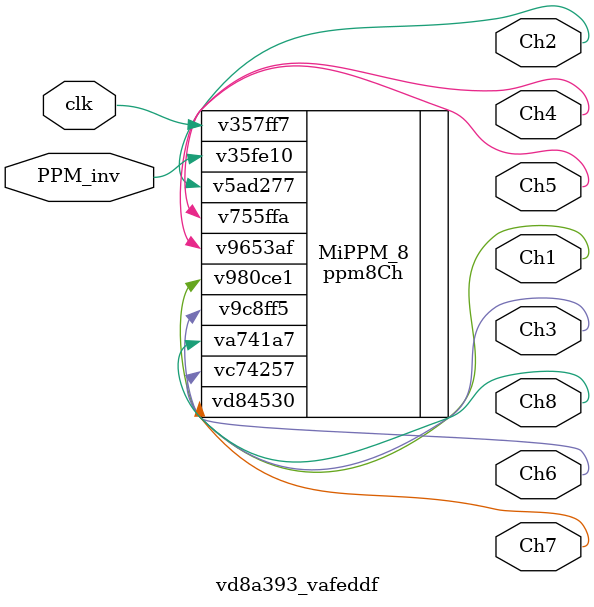
<source format=v>

`default_nettype none

module main #(
 parameter vd1c37d = 4
) (
 input vclk,
 output v4df5ff,
 output v20658b,
 output v08c24f,
 output vd8d171,
 output va77672,
 output v3e4296,
 output v6e5026,
 output vdb86a5,
 output [0:7] vinit
);
 localparam p4 = vd1c37d;
 wire w0;
 wire w1;
 wire w2;
 wire w3;
 wire w5;
 wire w6;
 wire w7;
 wire w8;
 wire w9;
 wire w10;
 wire w11;
 wire w12;
 wire w13;
 wire w14;
 wire w15;
 wire w16;
 wire w17;
 assign v4df5ff = w5;
 assign v20658b = w6;
 assign v08c24f = w7;
 assign vd8d171 = w8;
 assign va77672 = w9;
 assign v3e4296 = w10;
 assign v6e5026 = w11;
 assign vdb86a5 = w12;
 assign w14 = vclk;
 assign w15 = vclk;
 assign w16 = vclk;
 assign w17 = vclk;
 assign w15 = w14;
 assign w16 = w14;
 assign w16 = w15;
 assign w17 = w14;
 assign w17 = w15;
 assign w17 = w16;
 v35f267 v51804b (
  .v0e28cb(w2),
  .vcbab45(w13)
 );
 v5cc6ec va7d98c (
  .vb186da(w0),
  .v381ebf(w1),
  .vc93bbe(w2),
  .v50d6c6(w3)
 );
 v5b3e69 #(
  .v207e0d(p4)
 ) vbbc45a (
  .v8337bc(w3),
  .v531e20(w14)
 );
 v1049af va91276 (
  .vbb19a2(w1),
  .v8e52a4(w15)
 );
 v1f6f60 ve7693e (
  .vbb19a2(w0),
  .v8e52a4(w16)
 );
 vd8a393 v5a6f8b (
  .v446f52(w5),
  .v032f70(w6),
  .v813582(w7),
  .v0b7996(w8),
  .v20d1ea(w9),
  .v631b76(w10),
  .vfa6868(w11),
  .v27382b(w12),
  .v189fe9(w13),
  .vbd2a31(w17)
 );
 assign vinit = 8'b00000000;
endmodule

/*-------------------------------------------------*/
/*--   */
/*-- - - - - - - - - - - - - - - - - - - - - - - --*/
/*-- 
/*-------------------------------------------------*/
//---- Top entity
module v35f267 (
 input v0e28cb,
 output vcbab45
);
 wire w0;
 wire w1;
 assign w0 = v0e28cb;
 assign vcbab45 = w1;
 v35f267_vd54ca1 vd54ca1 (
  .a(w0),
  .c(w1)
 );
endmodule

/*-------------------------------------------------*/
/*-- NOT  */
/*-- - - - - - - - - - - - - - - - - - - - - - - --*/
/*-- Puerta NOT
/*-------------------------------------------------*/

module v35f267_vd54ca1 (
 input a,
 output c
);
 //-- Puerta NOT
 
 //-- module (input wire a, output wire c);
 
 
 assign c = ~a;
 
 
 //-- endmodule
 
endmodule
//---- Top entity
module v5cc6ec (
 input vb186da,
 input v381ebf,
 input v50d6c6,
 output vc93bbe
);
 wire w0;
 wire w1;
 wire w2;
 wire w3;
 assign w0 = v50d6c6;
 assign vc93bbe = w1;
 assign w2 = v381ebf;
 assign w3 = vb186da;
 v5cc6ec_ve4e0df ve4e0df (
  .sel(w0),
  .o(w1),
  .i0(w2),
  .i1(w3)
 );
endmodule

/*-------------------------------------------------*/
/*-- Mux 2 a 1  */
/*-- - - - - - - - - - - - - - - - - - - - - - - --*/
/*-- Multiplexor de 2 a 1
/*-------------------------------------------------*/

module v5cc6ec_ve4e0df (
 input i1,
 input i0,
 input sel,
 output o
);
 //-- Multiplexor de 2 a 1, 
 //-- de 8 bits
 
 reg _o;
 
 always @(*) begin
     case(sel)
         0: _o = i0;
         1: _o = i1;
         default: _o = i0;
     endcase
 end
 
 assign o = _o;
 
endmodule
//---- Top entity
module v5b3e69 #(
 parameter v207e0d = 1
) (
 input v531e20,
 output v8337bc
);
 localparam p2 = v207e0d;
 wire w0;
 wire w1;
 assign v8337bc = w0;
 assign w1 = v531e20;
 v5b3e69_v94c6d7 #(
  .SEG(p2)
 ) v94c6d7 (
  .clk_o(w0),
  .clk(w1)
 );
endmodule

/*-------------------------------------------------*/
/*-- Corazon_Seg  */
/*-- - - - - - - - - - - - - - - - - - - - - - - --*/
/*-- Bombear 1 bit con el periodo especificado en el parámetro. Por defecto el periodo es de 1 segundos
/*-------------------------------------------------*/

module v5b3e69_v94c6d7 #(
 parameter SEG = 0
) (
 input clk,
 output clk_o
);
 
 //parameter HZ=1;
 
 //-- Constante para dividir y obtener una frecuencia de 1Hz
 localparam M = 12000000*SEG;
 
 //-- Calcular el numero de bits para almacenar M
 localparam N = $clog2(M);
 
 //-- Registro del divisor
 reg [N-1:0] divcounter;
 
 //-- Temporal clock
 reg clk_t = 0;
 
 //-- Se usa un contador modulo M/2 para luego
 //-- pasarlo por un biestable T y dividir la frecuencia
 //-- entre 2, para que el ciclo de trabajo sea del 50%
 always @(posedge clk)
     if (divcounter == M/2) begin
       clk_t <= 1;
       divcounter = 0;
     end 
     else begin
       divcounter <=  divcounter + 1;
       clk_t = 0;
     end 
   
 reg clk_o = 0;  
     
 //-- Biestable T para obtener ciclo de trabajo del 50%
 always @(posedge clk)
   if (clk_t)
     clk_o <= ~clk_o;
 
endmodule
//---- Top entity
module v1049af #(
 parameter v602fc8 = 100,
 parameter vb957bd = 105,
 parameter v857277 = 53,
 parameter v7200b2 = 1,
 parameter v1814d6 = 108,
 parameter v02ab25 = 56,
 parameter v457f55 = 4,
 parameter v115b07 = 66,
 parameter ve97d24 = 240,
 parameter v17e198 = 14,
 parameter v240c71 = 69,
 parameter v6c8394 = 241,
 parameter v3949b9 = 17,
 parameter v656e4c = 79,
 parameter vd8a345 = 27,
 parameter v882fe8 = 82,
 parameter ve4e838 = 30,
 parameter v8269c0 = 92,
 parameter v8f4840 = 40,
 parameter vcabc4d = 95,
 parameter v8b9ed0 = 43
) (
 input v8e52a4,
 output vbb19a2
);
 localparam p0 = v7200b2;
 localparam p1 = v457f55;
 localparam p2 = v17e198;
 localparam p3 = v3949b9;
 localparam p4 = vd8a345;
 localparam p5 = ve4e838;
 localparam p6 = v8f4840;
 localparam p7 = v8b9ed0;
 localparam p8 = v857277;
 localparam p9 = v02ab25;
 localparam p10 = ve97d24;
 localparam p11 = v6c8394;
 localparam p12 = v602fc8;
 localparam p15 = v115b07;
 localparam p16 = v240c71;
 localparam p17 = v656e4c;
 localparam p18 = v882fe8;
 localparam p19 = v8269c0;
 localparam p20 = vcabc4d;
 localparam p21 = vb957bd;
 localparam p22 = v1814d6;
 wire w13;
 wire w14;
 wire w23;
 wire w24;
 wire w25;
 wire w26;
 wire w27;
 wire w28;
 wire w29;
 wire w30;
 wire w31;
 wire w32;
 wire w33;
 wire w34;
 wire w35;
 wire w36;
 wire w37;
 wire w38;
 wire w39;
 wire w40;
 wire w41;
 wire w42;
 wire w43;
 wire w44;
 wire w45;
 wire w46;
 wire w47;
 wire w48;
 wire w49;
 wire w50;
 wire w51;
 assign vbb19a2 = w13;
 assign w14 = v8e52a4;
 assign w32 = w26;
 assign w34 = w33;
 assign w35 = w33;
 assign w35 = w34;
 assign w36 = w33;
 assign w36 = w34;
 assign w36 = w35;
 assign w37 = w33;
 assign w37 = w34;
 assign w37 = w35;
 assign w37 = w36;
 assign w38 = w33;
 assign w38 = w34;
 assign w38 = w35;
 assign w38 = w36;
 assign w38 = w37;
 assign w39 = w33;
 assign w39 = w34;
 assign w39 = w35;
 assign w39 = w36;
 assign w39 = w37;
 assign w39 = w38;
 assign w40 = w33;
 assign w40 = w34;
 assign w40 = w35;
 assign w40 = w36;
 assign w40 = w37;
 assign w40 = w38;
 assign w40 = w39;
 assign w41 = w33;
 assign w41 = w34;
 assign w41 = w35;
 assign w41 = w36;
 assign w41 = w37;
 assign w41 = w38;
 assign w41 = w39;
 assign w41 = w40;
 assign w43 = w42;
 assign w44 = w42;
 assign w44 = w43;
 assign w45 = w42;
 assign w45 = w43;
 assign w45 = w44;
 assign w46 = w42;
 assign w46 = w43;
 assign w46 = w44;
 assign w46 = w45;
 assign w47 = w42;
 assign w47 = w43;
 assign w47 = w44;
 assign w47 = w45;
 assign w47 = w46;
 assign w48 = w42;
 assign w48 = w43;
 assign w48 = w44;
 assign w48 = w45;
 assign w48 = w46;
 assign w48 = w47;
 assign w49 = w42;
 assign w49 = w43;
 assign w49 = w44;
 assign w49 = w45;
 assign w49 = w46;
 assign w49 = w47;
 assign w49 = w48;
 assign w50 = w42;
 assign w50 = w43;
 assign w50 = w44;
 assign w50 = w45;
 assign w50 = w46;
 assign w50 = w47;
 assign w50 = w48;
 assign w50 = w49;
 assign w51 = w42;
 assign w51 = w43;
 assign w51 = w44;
 assign w51 = w45;
 assign w51 = w46;
 assign w51 = w47;
 assign w51 = w48;
 assign w51 = w49;
 assign w51 = w50;
 vc46d2e #(
  .v2b07d6(p0),
  .v4dd05a(p1)
 ) vc96e1c (
  .vd67ea4(w26),
  .vf8ab06(w36),
  .v3f7fd6(w46)
 );
 vc46d2e #(
  .v2b07d6(p2),
  .v4dd05a(p3)
 ) vd706cc (
  .vd67ea4(w25),
  .vf8ab06(w35),
  .v3f7fd6(w45)
 );
 vc46d2e #(
  .v2b07d6(p4),
  .v4dd05a(p5)
 ) vf919f8 (
  .vd67ea4(w24),
  .vf8ab06(w34),
  .v3f7fd6(w44)
 );
 vc46d2e #(
  .v2b07d6(p6),
  .v4dd05a(p7)
 ) v434f33 (
  .vd67ea4(w23),
  .vf8ab06(w33),
  .v3f7fd6(w43)
 );
 vc46d2e #(
  .v2b07d6(p8),
  .v4dd05a(p9)
 ) vdf3c46 (
  .vd67ea4(w30),
  .vf8ab06(w40),
  .v3f7fd6(w50)
 );
 vc46d2e #(
  .v2b07d6(p10),
  .v4dd05a(p11)
 ) v0b750b (
  .vf8ab06(w32),
  .vd67ea4(w33),
  .v3f7fd6(w42)
 );
 vc33d80 #(
  .vfb06ae(p12)
 ) vdb264c (
  .vac0eb2(w14),
  .v2a8434(w42)
 );
 vc46d2e #(
  .v2b07d6(p15),
  .v4dd05a(p16)
 ) v055a75 (
  .vd67ea4(w29),
  .vf8ab06(w37),
  .v3f7fd6(w47)
 );
 vc46d2e #(
  .v2b07d6(p17),
  .v4dd05a(p18)
 ) v7ed282 (
  .vd67ea4(w28),
  .vf8ab06(w38),
  .v3f7fd6(w48)
 );
 vc46d2e #(
  .v2b07d6(p19),
  .v4dd05a(p20)
 ) vfdf311 (
  .vd67ea4(w27),
  .vf8ab06(w39),
  .v3f7fd6(w49)
 );
 vc46d2e #(
  .v2b07d6(p21),
  .v4dd05a(p22)
 ) v6b6712 (
  .vd67ea4(w31),
  .vf8ab06(w41),
  .v3f7fd6(w51)
 );
 v1049af_vd471d2 vd471d2 (
  .out(w13),
  .a(w23),
  .b(w24),
  .c(w25),
  .d(w26),
  .e(w27),
  .f(w28),
  .g(w29),
  .h(w30),
  .i(w31)
 );
endmodule

/*-------------------------------------------------*/
/*-- PPM_pulse01  */
/*-- - - - - - - - - - - - - - - - - - - - - - - --*/
/*-- Pulsos PPM
/*-------------------------------------------------*/

module v1049af_vd471d2 (
 input a,
 input b,
 input c,
 input d,
 input e,
 input f,
 input g,
 input h,
 input i,
 output out
);
 
 
 assign out = a | b | c | d | e | f | g | h | i ;
 
 // OR DE 9 puertas
endmodule
//---- Top entity
module vc46d2e #(
 parameter vf3ca5f = 8,
 parameter v2b07d6 = 5,
 parameter v4dd05a = 20
) (
 input vf8ab06,
 input v3f7fd6,
 output vd67ea4
);
 localparam p7 = vf3ca5f;
 localparam p8 = vf3ca5f;
 localparam p9 = v4dd05a;
 localparam p10 = v2b07d6;
 wire w0;
 wire w1;
 wire w2;
 wire w3;
 wire w4;
 wire w5;
 wire w6;
 assign vd67ea4 = w0;
 assign w2 = v3f7fd6;
 assign w3 = v3f7fd6;
 assign w5 = vf8ab06;
 assign w6 = vf8ab06;
 assign w3 = w2;
 assign w6 = w5;
 v161240 vb8f207 (
  .vcbab45(w0),
  .v0e28cb(w1),
  .v3ca442(w4)
 );
 v5b07d1 #(
  .vd71dc5(p8),
  .va1edee(p10)
 ) v44990b (
  .v19bd79(w1),
  .ve9fb46(w2),
  .v637c56(w5)
 );
 v5b3026 #(
  .vfd7c7d(p7),
  .va1edee(p9)
 ) vac72ef (
  .ve9fb46(w3),
  .v19bd79(w4),
  .vdb65bd(w6)
 );
endmodule

/*-------------------------------------------------*/
/*-- Configurable Pulse  */
/*-- - - - - - - - - - - - - - - - - - - - - - - --*/
/*-- We can configure a pulse (t_up and t_down )
/*-------------------------------------------------*/
//---- Top entity
module v161240 (
 input v0e28cb,
 input v3ca442,
 output vcbab45
);
 wire w0;
 wire w1;
 wire w2;
 assign w0 = v0e28cb;
 assign w1 = v3ca442;
 assign vcbab45 = w2;
 v161240_vf4938a vf4938a (
  .a(w0),
  .b(w1),
  .c(w2)
 );
endmodule

/*-------------------------------------------------*/
/*-- AND  */
/*-- - - - - - - - - - - - - - - - - - - - - - - --*/
/*-- Puerta AND
/*-------------------------------------------------*/

module v161240_vf4938a (
 input a,
 input b,
 output c
);
 //-- Puerta AND
 
 assign c = a & b;
 
 
endmodule
//---- Top entity
module v5b07d1 #(
 parameter vd71dc5 = 8,
 parameter va1edee = 1
) (
 input v637c56,
 input ve9fb46,
 output v19bd79
);
 localparam p3 = vd71dc5;
 localparam p4 = va1edee;
 wire w0;
 wire w1;
 wire w2;
 assign v19bd79 = w0;
 assign w1 = ve9fb46;
 assign w2 = v637c56;
 v5b07d1_v8c8712 #(
  .n(p3),
  .to(p4)
 ) v8c8712 (
  .u(w0),
  .clk(w1),
  .reset(w2)
 );
endmodule

/*-------------------------------------------------*/
/*-- u(t)  */
/*-- - - - - - - - - - - - - - - - - - - - - - - --*/
/*-- u(t)  unitary step. Start in t
/*-------------------------------------------------*/

module v5b07d1_v8c8712 #(
 parameter n = 0,
 parameter to = 0
) (
 input reset,
 input clk,
 output u
);
 // Escalón u(t)
 // t ciclos de reloj a 0 y
 // cambia a 1.
 
 localparam num_bits=n-1;
 localparam num_periods=to;
 
 reg[num_bits:0] contador=0;
 reg u=1'b0;
 
 
 always @(posedge clk)
 if(reset) begin contador<=0; u<=1'b0; end
 else 
     begin
         if(contador >= num_periods-1)
          begin
              u <=1'b1;
              contador <= contador;
          end
         else
          begin
               u<=1'b0;
               contador<=contador+1;
          end
     end
  
  
  
  
endmodule
//---- Top entity
module v5b3026 #(
 parameter vfd7c7d = 8,
 parameter va1edee = 10
) (
 input vdb65bd,
 input ve9fb46,
 output v19bd79
);
 localparam p3 = vfd7c7d;
 localparam p4 = va1edee;
 wire w0;
 wire w1;
 wire w2;
 assign v19bd79 = w0;
 assign w1 = ve9fb46;
 assign w2 = vdb65bd;
 v5b3026_v8c8712 #(
  .n(p3),
  .to(p4)
 ) v8c8712 (
  .u(w0),
  .clk(w1),
  .reset(w2)
 );
endmodule

/*-------------------------------------------------*/
/*-- u(t)  */
/*-- - - - - - - - - - - - - - - - - - - - - - - --*/
/*-- u(t)  unitary step. Start in t
/*-------------------------------------------------*/

module v5b3026_v8c8712 #(
 parameter n = 0,
 parameter to = 0
) (
 input reset,
 input clk,
 output u
);
 // falling pulse in t
 // t ciclos de reloj a 1 y
 // cambia a 0.
 
 localparam num_bits=n-1;
 localparam num_periods=to;
 
 reg[num_bits:0] contador=0;
 reg u=1'b1;
 
 
 always @(posedge clk)
 if(reset)begin contador<=0; u<=1'b1; end
 else 
 begin
     if(contador >= num_periods-1)
      begin
          u <=1'b0;
          contador <= contador;
      end
     else
      begin
           u<=1'b1;
           contador<=contador+1;
      end
 end
  
  
  
  
endmodule
//---- Top entity
module vc33d80 #(
 parameter vfb06ae = 100
) (
 input vac0eb2,
 output v2a8434
);
 localparam p2 = vfb06ae;
 wire w0;
 wire w1;
 assign v2a8434 = w0;
 assign w1 = vac0eb2;
 vc33d80_v6cac2f #(
  .US(p2)
 ) v6cac2f (
  .o(w0),
  .clk(w1)
 );
endmodule

/*-------------------------------------------------*/
/*-- Corazon-tic-us  */
/*-- - - - - - - - - - - - - - - - - - - - - - - --*/
/*-- Corazón de bombeo de tics a con periodo paramétrico de microsegundos
/*-------------------------------------------------*/

module vc33d80_v6cac2f #(
 parameter US = 0
) (
 input clk,
 output o
);
 //localparam US;
 
 //-- Constante para dividir y obtener una frecuencia de 1MHz
 localparam M = 12*US;
 
 //-- Calcular el numero de bits para almacenar M
 localparam N = $clog2(M);
 
 //-- Cable de reset para el contador
 wire reset;
 
 //-- Registro del divisor
 reg [N-1:0] divcounter;
 
 
 //-- Contador con reset
 always @(posedge clk)
   if (reset)
     divcounter <= 0;
   else
     divcounter <= divcounter + 1;
 
 //-- Comparador que resetea el contador cuando se alcanza el tope
 assign reset = (divcounter == M-1);
 
 //-- La salida es la señal de overflow
 assign o = reset;
 
 
 
 
endmodule
//---- Top entity
module v1f6f60 #(
 parameter v602fc8 = 100,
 parameter vb957bd = 173,
 parameter v857277 = 79,
 parameter v7200b2 = 1,
 parameter v1814d6 = 176,
 parameter v02ab25 = 82,
 parameter v457f55 = 4,
 parameter v115b07 = 101,
 parameter ve97d24 = 240,
 parameter v17e198 = 19,
 parameter v240c71 = 104,
 parameter v6c8394 = 241,
 parameter v3949b9 = 22,
 parameter v656e4c = 124,
 parameter vd8a345 = 38,
 parameter v882fe8 = 127,
 parameter ve4e838 = 41,
 parameter v8269c0 = 148,
 parameter v8f4840 = 58,
 parameter vcabc4d = 151,
 parameter v8b9ed0 = 61
) (
 input v8e52a4,
 output vbb19a2
);
 localparam p0 = v7200b2;
 localparam p1 = v457f55;
 localparam p2 = v17e198;
 localparam p3 = v3949b9;
 localparam p4 = vd8a345;
 localparam p5 = ve4e838;
 localparam p6 = v8f4840;
 localparam p7 = v8b9ed0;
 localparam p8 = v857277;
 localparam p9 = v02ab25;
 localparam p10 = ve97d24;
 localparam p11 = v6c8394;
 localparam p12 = v602fc8;
 localparam p15 = v115b07;
 localparam p16 = v240c71;
 localparam p17 = v656e4c;
 localparam p18 = v882fe8;
 localparam p19 = v8269c0;
 localparam p20 = vcabc4d;
 localparam p21 = vb957bd;
 localparam p22 = v1814d6;
 wire w13;
 wire w14;
 wire w23;
 wire w24;
 wire w25;
 wire w26;
 wire w27;
 wire w28;
 wire w29;
 wire w30;
 wire w31;
 wire w32;
 wire w33;
 wire w34;
 wire w35;
 wire w36;
 wire w37;
 wire w38;
 wire w39;
 wire w40;
 wire w41;
 wire w42;
 wire w43;
 wire w44;
 wire w45;
 wire w46;
 wire w47;
 wire w48;
 wire w49;
 wire w50;
 wire w51;
 assign vbb19a2 = w13;
 assign w14 = v8e52a4;
 assign w32 = w26;
 assign w34 = w33;
 assign w35 = w33;
 assign w35 = w34;
 assign w36 = w33;
 assign w36 = w34;
 assign w36 = w35;
 assign w37 = w33;
 assign w37 = w34;
 assign w37 = w35;
 assign w37 = w36;
 assign w38 = w33;
 assign w38 = w34;
 assign w38 = w35;
 assign w38 = w36;
 assign w38 = w37;
 assign w39 = w33;
 assign w39 = w34;
 assign w39 = w35;
 assign w39 = w36;
 assign w39 = w37;
 assign w39 = w38;
 assign w40 = w33;
 assign w40 = w34;
 assign w40 = w35;
 assign w40 = w36;
 assign w40 = w37;
 assign w40 = w38;
 assign w40 = w39;
 assign w41 = w33;
 assign w41 = w34;
 assign w41 = w35;
 assign w41 = w36;
 assign w41 = w37;
 assign w41 = w38;
 assign w41 = w39;
 assign w41 = w40;
 assign w43 = w42;
 assign w44 = w42;
 assign w44 = w43;
 assign w45 = w42;
 assign w45 = w43;
 assign w45 = w44;
 assign w46 = w42;
 assign w46 = w43;
 assign w46 = w44;
 assign w46 = w45;
 assign w47 = w42;
 assign w47 = w43;
 assign w47 = w44;
 assign w47 = w45;
 assign w47 = w46;
 assign w48 = w42;
 assign w48 = w43;
 assign w48 = w44;
 assign w48 = w45;
 assign w48 = w46;
 assign w48 = w47;
 assign w49 = w42;
 assign w49 = w43;
 assign w49 = w44;
 assign w49 = w45;
 assign w49 = w46;
 assign w49 = w47;
 assign w49 = w48;
 assign w50 = w42;
 assign w50 = w43;
 assign w50 = w44;
 assign w50 = w45;
 assign w50 = w46;
 assign w50 = w47;
 assign w50 = w48;
 assign w50 = w49;
 assign w51 = w42;
 assign w51 = w43;
 assign w51 = w44;
 assign w51 = w45;
 assign w51 = w46;
 assign w51 = w47;
 assign w51 = w48;
 assign w51 = w49;
 assign w51 = w50;
 vc46d2e #(
  .v2b07d6(p0),
  .v4dd05a(p1)
 ) vc96e1c (
  .vd67ea4(w26),
  .vf8ab06(w36),
  .v3f7fd6(w46)
 );
 vc46d2e #(
  .v2b07d6(p2),
  .v4dd05a(p3)
 ) vd706cc (
  .vd67ea4(w25),
  .vf8ab06(w35),
  .v3f7fd6(w45)
 );
 vc46d2e #(
  .v2b07d6(p4),
  .v4dd05a(p5)
 ) vf919f8 (
  .vd67ea4(w24),
  .vf8ab06(w34),
  .v3f7fd6(w44)
 );
 vc46d2e #(
  .v2b07d6(p6),
  .v4dd05a(p7)
 ) v434f33 (
  .vd67ea4(w23),
  .vf8ab06(w33),
  .v3f7fd6(w43)
 );
 vc46d2e #(
  .v2b07d6(p8),
  .v4dd05a(p9)
 ) vdf3c46 (
  .vd67ea4(w30),
  .vf8ab06(w40),
  .v3f7fd6(w50)
 );
 vc46d2e #(
  .v2b07d6(p10),
  .v4dd05a(p11)
 ) v0b750b (
  .vf8ab06(w32),
  .vd67ea4(w33),
  .v3f7fd6(w42)
 );
 vc33d80 #(
  .vfb06ae(p12)
 ) vdb264c (
  .vac0eb2(w14),
  .v2a8434(w42)
 );
 vc46d2e #(
  .v2b07d6(p15),
  .v4dd05a(p16)
 ) v055a75 (
  .vd67ea4(w29),
  .vf8ab06(w37),
  .v3f7fd6(w47)
 );
 vc46d2e #(
  .v2b07d6(p17),
  .v4dd05a(p18)
 ) v7ed282 (
  .vd67ea4(w28),
  .vf8ab06(w38),
  .v3f7fd6(w48)
 );
 vc46d2e #(
  .v2b07d6(p19),
  .v4dd05a(p20)
 ) vfdf311 (
  .vd67ea4(w27),
  .vf8ab06(w39),
  .v3f7fd6(w49)
 );
 vc46d2e #(
  .v2b07d6(p21),
  .v4dd05a(p22)
 ) v6b6712 (
  .vd67ea4(w31),
  .vf8ab06(w41),
  .v3f7fd6(w51)
 );
 v1f6f60_vd471d2 vd471d2 (
  .out(w13),
  .a(w23),
  .b(w24),
  .c(w25),
  .d(w26),
  .e(w27),
  .f(w28),
  .g(w29),
  .h(w30),
  .i(w31)
 );
endmodule

/*-------------------------------------------------*/
/*-- PPM_pulse03  */
/*-- - - - - - - - - - - - - - - - - - - - - - - --*/
/*-- Pulsos PPM
/*-------------------------------------------------*/

module v1f6f60_vd471d2 (
 input a,
 input b,
 input c,
 input d,
 input e,
 input f,
 input g,
 input h,
 input i,
 output out
);
 
 
 assign out = a | b | c | d | e | f | g | h | i ;
 
 // OR DE 9 puertas
endmodule
//---- Top entity
module vd8a393 (
 input v189fe9,
 input vbd2a31,
 output v446f52,
 output v032f70,
 output v813582,
 output v0b7996,
 output v20d1ea,
 output v631b76,
 output vfa6868,
 output v27382b
);
 wire w0;
 wire w1;
 wire w2;
 wire w3;
 wire w4;
 wire w5;
 wire w6;
 wire w7;
 wire w8;
 wire w9;
 assign v446f52 = w0;
 assign v032f70 = w1;
 assign v813582 = w2;
 assign v0b7996 = w3;
 assign v20d1ea = w4;
 assign v631b76 = w5;
 assign vfa6868 = w6;
 assign v27382b = w7;
 assign w8 = v189fe9;
 assign w9 = vbd2a31;
 vd8a393_vafeddf vafeddf (
  .Ch1(w0),
  .Ch2(w1),
  .Ch3(w2),
  .Ch4(w3),
  .Ch5(w4),
  .Ch6(w5),
  .Ch7(w6),
  .Ch8(w7),
  .PPM_inv(w8),
  .clk(w9)
 );
endmodule

/*-------------------------------------------------*/
/*-- PPM_8Asic  */
/*-- - - - - - - - - - - - - - - - - - - - - - - --*/
/*-- Módulo exportado he importado con include tras modificar unos pocos detalles
/*-------------------------------------------------*/

module vd8a393_vafeddf (
 input PPM_inv,
 input clk,
 output Ch1,
 output Ch2,
 output Ch3,
 output Ch4,
 output Ch5,
 output Ch6,
 output Ch7,
 output Ch8
);
 
 //@include Module_Decoder_8bits_ASIC_.v
 
 ppm8Ch MiPPM_8(.v35fe10(PPM_inv), .v357ff7(clk),
                .v980ce1(Ch1), .v5ad277(Ch2), .v9c8ff5(Ch3),
                .v755ffa(Ch4), .v9653af(Ch5), .vc74257(Ch6),
                .vd84530(Ch7), .va741a7(Ch8));
                
endmodule

</source>
